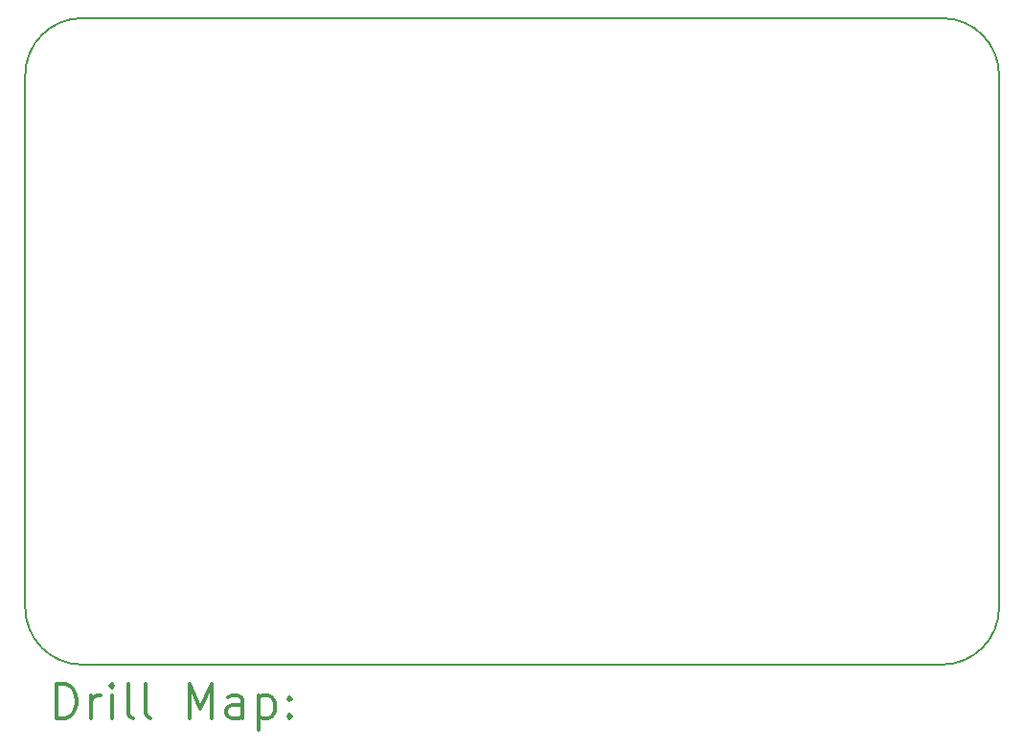
<source format=gbr>
%FSLAX45Y45*%
G04 Gerber Fmt 4.5, Leading zero omitted, Abs format (unit mm)*
G04 Created by KiCad (PCBNEW (5.0.1-3-g963ef8bb5)) date Friday, 28 June 2019 at 12:59:35*
%MOMM*%
%LPD*%
G01*
G04 APERTURE LIST*
%ADD10C,0.150000*%
%ADD11C,0.200000*%
%ADD12C,0.300000*%
G04 APERTURE END LIST*
D10*
X11931000Y-12311000D02*
X11931000Y-7605000D01*
X20035000Y-12815000D02*
X12434000Y-12815000D01*
X20034000Y-7100000D02*
X12433000Y-7100000D01*
X20538000Y-12313000D02*
X20538000Y-7605000D01*
X12435000Y-12815000D02*
G75*
G02X11931000Y-12311000I0J504000D01*
G01*
X20538000Y-12311000D02*
G75*
G02X20034000Y-12815000I-504000J0D01*
G01*
X20034000Y-7100000D02*
G75*
G02X20538000Y-7604000I0J-504000D01*
G01*
X11931000Y-7604000D02*
G75*
G02X12435000Y-7100000I504000J0D01*
G01*
D11*
D12*
X12209928Y-13288214D02*
X12209928Y-12988214D01*
X12281357Y-12988214D01*
X12324214Y-13002500D01*
X12352786Y-13031071D01*
X12367071Y-13059643D01*
X12381357Y-13116786D01*
X12381357Y-13159643D01*
X12367071Y-13216786D01*
X12352786Y-13245357D01*
X12324214Y-13273929D01*
X12281357Y-13288214D01*
X12209928Y-13288214D01*
X12509928Y-13288214D02*
X12509928Y-13088214D01*
X12509928Y-13145357D02*
X12524214Y-13116786D01*
X12538500Y-13102500D01*
X12567071Y-13088214D01*
X12595643Y-13088214D01*
X12695643Y-13288214D02*
X12695643Y-13088214D01*
X12695643Y-12988214D02*
X12681357Y-13002500D01*
X12695643Y-13016786D01*
X12709928Y-13002500D01*
X12695643Y-12988214D01*
X12695643Y-13016786D01*
X12881357Y-13288214D02*
X12852786Y-13273929D01*
X12838500Y-13245357D01*
X12838500Y-12988214D01*
X13038500Y-13288214D02*
X13009928Y-13273929D01*
X12995643Y-13245357D01*
X12995643Y-12988214D01*
X13381357Y-13288214D02*
X13381357Y-12988214D01*
X13481357Y-13202500D01*
X13581357Y-12988214D01*
X13581357Y-13288214D01*
X13852786Y-13288214D02*
X13852786Y-13131071D01*
X13838500Y-13102500D01*
X13809928Y-13088214D01*
X13752786Y-13088214D01*
X13724214Y-13102500D01*
X13852786Y-13273929D02*
X13824214Y-13288214D01*
X13752786Y-13288214D01*
X13724214Y-13273929D01*
X13709928Y-13245357D01*
X13709928Y-13216786D01*
X13724214Y-13188214D01*
X13752786Y-13173929D01*
X13824214Y-13173929D01*
X13852786Y-13159643D01*
X13995643Y-13088214D02*
X13995643Y-13388214D01*
X13995643Y-13102500D02*
X14024214Y-13088214D01*
X14081357Y-13088214D01*
X14109928Y-13102500D01*
X14124214Y-13116786D01*
X14138500Y-13145357D01*
X14138500Y-13231071D01*
X14124214Y-13259643D01*
X14109928Y-13273929D01*
X14081357Y-13288214D01*
X14024214Y-13288214D01*
X13995643Y-13273929D01*
X14267071Y-13259643D02*
X14281357Y-13273929D01*
X14267071Y-13288214D01*
X14252786Y-13273929D01*
X14267071Y-13259643D01*
X14267071Y-13288214D01*
X14267071Y-13102500D02*
X14281357Y-13116786D01*
X14267071Y-13131071D01*
X14252786Y-13116786D01*
X14267071Y-13102500D01*
X14267071Y-13131071D01*
M02*

</source>
